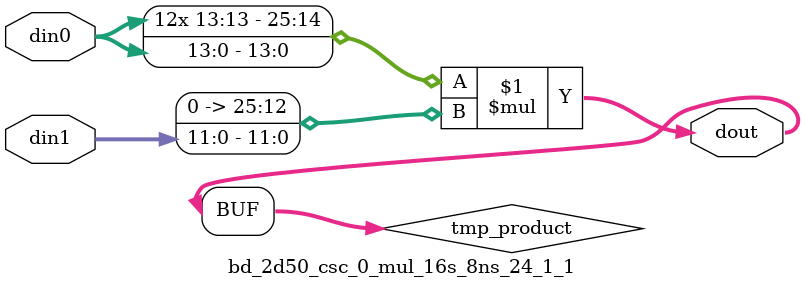
<source format=v>

`timescale 1 ns / 1 ps

  module bd_2d50_csc_0_mul_16s_8ns_24_1_1(din0, din1, dout);
parameter ID = 1;
parameter NUM_STAGE = 0;
parameter din0_WIDTH = 14;
parameter din1_WIDTH = 12;
parameter dout_WIDTH = 26;

input [din0_WIDTH - 1 : 0] din0; 
input [din1_WIDTH - 1 : 0] din1; 
output [dout_WIDTH - 1 : 0] dout;

wire signed [dout_WIDTH - 1 : 0] tmp_product;












assign tmp_product = $signed(din0) * $signed({1'b0, din1});









assign dout = tmp_product;







endmodule

</source>
